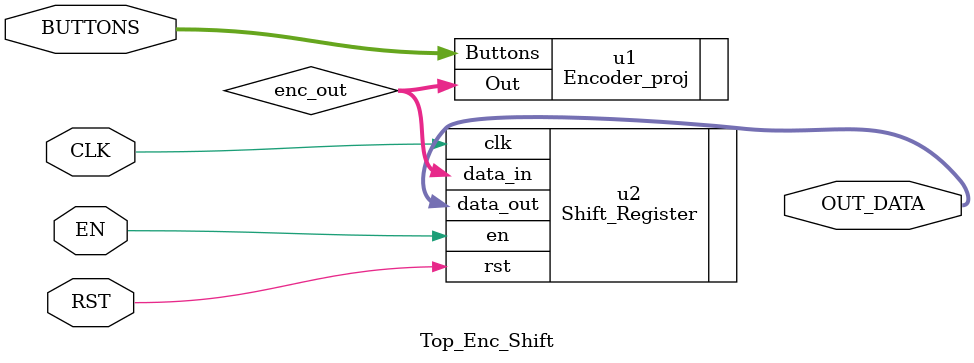
<source format=v>

module Top_Enc_Shift(CLK,RST,EN,BUTTONS,OUT_DATA);

input     CLK,RST,EN;
input     [15:0]BUTTONS;
output    [15:0]OUT_DATA;   //4 BUTTONS 
wire      [3:0]enc_out;

Encoder_proj  u1(.Buttons(BUTTONS), .Out(enc_out));
Shift_Register u2(.data_in(enc_out),.clk(CLK),.rst(RST),.en(EN),.data_out(OUT_DATA));

endmodule

</source>
